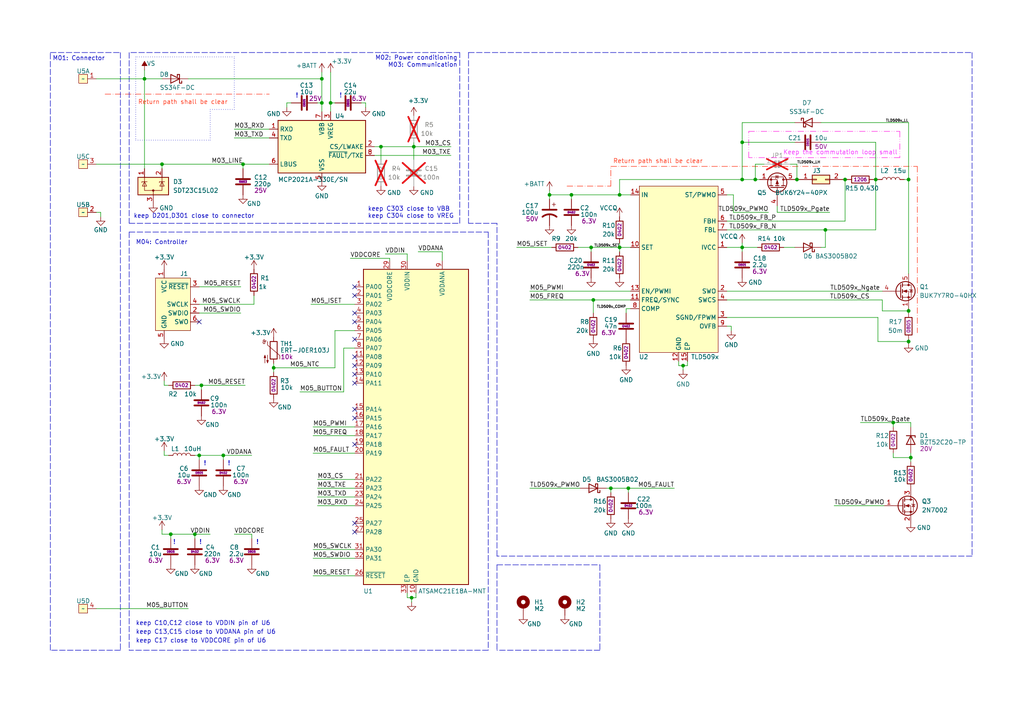
<source format=kicad_sch>
(kicad_sch (version 20230121) (generator eeschema)
  (paper "A4")
  (junction (at 198.12 106.045))
  (junction (at 215.265 52.07))
  (junction (at 70.485 47.625))
  (junction (at 159.385 56.515))
  (junction (at 259.08 122.555))
  (junction (at 171.45 71.755))
  (junction (at 120.015 42.545))
  (junction (at 179.705 56.515))
  (junction (at 46.99 47.625))
  (junction (at 219.075 52.07))
  (junction (at 239.395 66.675))
  (junction (at 254 52.07))
  (junction (at 165.735 56.515))
  (junction (at 110.49 42.545))
  (junction (at 245.11 52.07))
  (junction (at 58.42 111.76))
  (junction (at 93.345 29.845))
  (junction (at 264.16 132.715))
  (junction (at 182.245 141.605))
  (junction (at 79.375 106.68))
  (junction (at 215.265 71.755))
  (junction (at 41.91 22.86))
  (junction (at 172.085 86.995))
  (junction (at 231.14 52.07))
  (junction (at 57.785 132.08))
  (junction (at 263.525 99.06))
  (junction (at 64.77 132.08))
  (junction (at 119.38 173.355))
  (junction (at 56.515 154.94))
  (junction (at 177.165 141.605))
  (junction (at 93.345 22.86))
  (junction (at 263.525 90.17))
  (junction (at 179.705 71.755))
  (junction (at 49.53 154.94))
  (junction (at 215.265 41.275))
  (junction (at 95.885 29.845))
  (junction (at 263.525 52.07))
  (no_connect (at 102.87 106.045))
  (no_connect (at 102.87 90.805))
  (no_connect (at 102.87 98.425))
  (no_connect (at 102.87 103.505))
  (no_connect (at 102.87 151.765))
  (no_connect (at 102.87 93.345))
  (no_connect (at 57.785 93.345))
  (no_connect (at 102.87 108.585))
  (no_connect (at 102.87 154.305))
  (no_connect (at 102.87 118.745))
  (no_connect (at 102.87 121.285))
  (no_connect (at 102.87 111.125))
  (no_connect (at 102.87 85.725))
  (no_connect (at 102.87 83.185))
  (no_connect (at 102.87 128.905))
  (wire (pts (xy 182.245 141.605) (xy 195.58 141.605)))
  (wire (pts (xy 198.12 106.045) (xy 196.85 106.045)))
  (polyline (pts (xy 34.925 15.24) (xy 34.925 188.595)) (stroke (width 0) (type dash)))
  (wire (pts (xy 182.245 142.875) (xy 182.245 141.605)))
  (wire (pts (xy 245.11 64.135) (xy 245.11 52.07)))
  (wire (pts (xy 106.045 29.845) (xy 106.045 31.115)))
  (wire (pts (xy 110.49 42.545) (xy 110.49 46.355)))
  (wire (pts (xy 179.705 70.485) (xy 179.705 71.755)))
  (wire (pts (xy 46.99 153.67) (xy 46.99 154.94)))
  (wire (pts (xy 67.945 154.94) (xy 73.025 154.94)))
  (wire (pts (xy 92.075 29.845) (xy 93.345 29.845)))
  (wire (pts (xy 181.61 89.535) (xy 182.88 89.535)))
  (wire (pts (xy 264.16 123.825) (xy 264.16 122.555)))
  (polyline (pts (xy 144.145 64.77) (xy 135.89 64.77)) (stroke (width 0) (type dash)))
  (wire (pts (xy 97.155 106.68) (xy 79.375 106.68)))
  (wire (pts (xy 199.39 104.775) (xy 199.39 106.045)))
  (wire (pts (xy 172.085 86.995) (xy 172.085 90.805)))
  (wire (pts (xy 263.525 52.07) (xy 262.255 52.07)))
  (polyline (pts (xy 37.465 67.31) (xy 141.605 67.31)) (stroke (width 0) (type dash)))
  (wire (pts (xy 57.785 132.08) (xy 64.77 132.08)))
  (polyline (pts (xy 144.145 163.83) (xy 144.145 188.595)) (stroke (width 0) (type dash)))
  (wire (pts (xy 264.16 122.555) (xy 259.08 122.555)))
  (wire (pts (xy 259.08 132.715) (xy 259.08 131.445)))
  (wire (pts (xy 92.075 141.605) (xy 102.87 141.605)))
  (wire (pts (xy 57.785 90.805) (xy 69.85 90.805)))
  (wire (pts (xy 27.94 22.86) (xy 41.91 22.86)))
  (wire (pts (xy 56.515 111.76) (xy 58.42 111.76)))
  (wire (pts (xy 90.805 167.005) (xy 102.87 167.005)))
  (polyline (pts (xy 30.48 27.305) (xy 78.105 27.305)) (stroke (width 0) (type dash_dot) (color 255 50 29 1)))
  (wire (pts (xy 47.625 111.76) (xy 48.895 111.76)))
  (wire (pts (xy 254 52.07) (xy 254.635 52.07)))
  (wire (pts (xy 210.82 64.135) (xy 245.11 64.135)))
  (wire (pts (xy 210.82 92.075) (xy 254.635 92.075)))
  (wire (pts (xy 67.945 40.005) (xy 78.105 40.005)))
  (wire (pts (xy 263.525 90.805) (xy 263.525 90.17)))
  (wire (pts (xy 149.86 71.755) (xy 160.02 71.755)))
  (wire (pts (xy 58.42 111.76) (xy 71.12 111.76)))
  (polyline (pts (xy 37.465 64.77) (xy 133.35 64.77)) (stroke (width 0) (type dash)))
  (wire (pts (xy 90.805 131.445) (xy 102.87 131.445)))
  (wire (pts (xy 238.125 35.56) (xy 263.525 35.56)))
  (wire (pts (xy 215.265 35.56) (xy 215.265 41.275)))
  (wire (pts (xy 49.53 154.94) (xy 49.53 156.21)))
  (wire (pts (xy 264.16 133.985) (xy 264.16 132.715)))
  (wire (pts (xy 108.585 45.085) (xy 130.81 45.085)))
  (wire (pts (xy 179.705 56.515) (xy 182.88 56.515)))
  (wire (pts (xy 95.885 32.385) (xy 95.885 29.845)))
  (wire (pts (xy 215.265 71.755) (xy 219.71 71.755)))
  (wire (pts (xy 212.725 61.595) (xy 222.885 61.595)))
  (wire (pts (xy 196.85 106.045) (xy 196.85 104.775)))
  (wire (pts (xy 57.785 83.185) (xy 69.85 83.185)))
  (wire (pts (xy 215.265 41.275) (xy 215.265 52.07)))
  (wire (pts (xy 110.49 42.545) (xy 120.015 42.545)))
  (wire (pts (xy 221.615 47.625) (xy 219.075 47.625)))
  (wire (pts (xy 210.82 56.515) (xy 212.725 56.515)))
  (wire (pts (xy 95.885 20.955) (xy 95.885 29.845)))
  (wire (pts (xy 29.21 61.595) (xy 27.94 61.595)))
  (wire (pts (xy 219.075 47.625) (xy 219.075 52.07)))
  (wire (pts (xy 239.395 71.755) (xy 239.395 66.675)))
  (wire (pts (xy 64.77 132.08) (xy 73.025 132.08)))
  (wire (pts (xy 244.475 52.07) (xy 245.11 52.07)))
  (polyline (pts (xy 67.945 16.51) (xy 39.37 16.51)) (stroke (width 0) (type dot)))
  (polyline (pts (xy 133.35 15.24) (xy 37.465 15.24)) (stroke (width 0) (type dash)))
  (wire (pts (xy 128.27 73.025) (xy 121.285 73.025)))
  (wire (pts (xy 119.38 174.625) (xy 119.38 173.355)))
  (polyline (pts (xy 173.99 163.83) (xy 173.99 188.595)) (stroke (width 0) (type dash)))
  (wire (pts (xy 46.99 47.625) (xy 70.485 47.625)))
  (polyline (pts (xy 39.37 16.51) (xy 39.37 40.64)) (stroke (width 0) (type dot)))
  (wire (pts (xy 179.705 71.755) (xy 179.705 73.025)))
  (wire (pts (xy 212.09 94.615) (xy 212.09 95.885)))
  (wire (pts (xy 120.65 173.355) (xy 119.38 173.355)))
  (polyline (pts (xy 281.94 15.24) (xy 281.94 161.29)) (stroke (width 0) (type dash)))
  (wire (pts (xy 57.785 88.265) (xy 73.66 88.265)))
  (wire (pts (xy 118.11 173.355) (xy 118.11 172.085)))
  (wire (pts (xy 182.88 86.995) (xy 172.085 86.995)))
  (polyline (pts (xy 260.985 38.1) (xy 260.985 45.72)) (stroke (width 0) (type dash_dot_dot) (color 255 32 225 1)))
  (wire (pts (xy 64.77 133.35) (xy 64.77 132.08)))
  (wire (pts (xy 179.705 52.07) (xy 179.705 56.515)))
  (wire (pts (xy 210.82 66.675) (xy 239.395 66.675)))
  (polyline (pts (xy 67.945 31.75) (xy 67.945 16.51)) (stroke (width 0) (type dot)))
  (polyline (pts (xy 39.37 40.64) (xy 60.96 40.64)) (stroke (width 0) (type dot)))
  (wire (pts (xy 57.785 132.08) (xy 57.785 133.35)))
  (polyline (pts (xy 133.35 64.77) (xy 133.35 15.24)) (stroke (width 0) (type dash)))
  (wire (pts (xy 264.16 131.445) (xy 264.16 132.715)))
  (wire (pts (xy 210.82 86.995) (xy 255.905 86.995)))
  (polyline (pts (xy 217.17 38.1) (xy 260.985 38.1)) (stroke (width 0) (type dash_dot_dot) (color 255 32 225 1)))
  (wire (pts (xy 254 41.275) (xy 254 52.07)))
  (wire (pts (xy 27.94 176.53) (xy 54.61 176.53)))
  (polyline (pts (xy 141.605 188.595) (xy 37.465 188.595)) (stroke (width 0) (type dash)))
  (polyline (pts (xy 144.145 163.83) (xy 173.99 163.83)) (stroke (width 0) (type dash)))
  (polyline (pts (xy 60.96 40.64) (xy 60.96 31.75)) (stroke (width 0) (type dot)))
  (wire (pts (xy 159.385 56.515) (xy 159.385 57.785)))
  (wire (pts (xy 120.015 42.545) (xy 120.015 46.355)))
  (wire (pts (xy 56.515 154.94) (xy 56.515 156.21)))
  (wire (pts (xy 171.45 71.755) (xy 179.705 71.755)))
  (wire (pts (xy 263.525 90.17) (xy 263.525 89.535)))
  (wire (pts (xy 227.33 71.755) (xy 230.505 71.755)))
  (wire (pts (xy 104.775 29.845) (xy 106.045 29.845)))
  (wire (pts (xy 47.625 130.81) (xy 47.625 132.08)))
  (wire (pts (xy 182.245 141.605) (xy 177.165 141.605)))
  (wire (pts (xy 255.905 86.995) (xy 255.905 90.17)))
  (polyline (pts (xy 135.89 15.24) (xy 281.94 15.24)) (stroke (width 0) (type dash)))
  (wire (pts (xy 54.61 22.86) (xy 93.345 22.86)))
  (wire (pts (xy 56.515 154.94) (xy 60.96 154.94)))
  (wire (pts (xy 153.67 86.995) (xy 172.085 86.995)))
  (wire (pts (xy 95.885 29.845) (xy 97.155 29.845)))
  (wire (pts (xy 102.87 95.885) (xy 97.155 95.885)))
  (wire (pts (xy 259.08 122.555) (xy 249.555 122.555)))
  (wire (pts (xy 153.67 84.455) (xy 182.88 84.455)))
  (wire (pts (xy 46.99 47.625) (xy 46.99 48.895)))
  (wire (pts (xy 245.11 52.07) (xy 245.745 52.07)))
  (wire (pts (xy 225.425 61.595) (xy 240.665 61.595)))
  (polyline (pts (xy 14.605 15.24) (xy 34.925 15.24)) (stroke (width 0) (type dash)))
  (polyline (pts (xy 177.165 48.26) (xy 266.065 48.26)) (stroke (width 0) (type dash_dot) (color 255 47 18 1)))
  (polyline (pts (xy 60.96 31.75) (xy 67.945 31.75)) (stroke (width 0) (type dot)))
  (wire (pts (xy 113.03 75.565) (xy 113.03 74.93)))
  (wire (pts (xy 210.82 71.755) (xy 215.265 71.755)))
  (wire (pts (xy 259.08 122.555) (xy 259.08 123.825)))
  (wire (pts (xy 111.76 73.66) (xy 118.11 73.66)))
  (wire (pts (xy 212.725 56.515) (xy 212.725 61.595)))
  (wire (pts (xy 215.265 71.755) (xy 215.265 73.025)))
  (wire (pts (xy 84.455 29.845) (xy 83.185 29.845)))
  (wire (pts (xy 67.945 37.465) (xy 78.105 37.465)))
  (wire (pts (xy 56.515 132.08) (xy 57.785 132.08)))
  (polyline (pts (xy 173.99 188.595) (xy 144.145 188.595)) (stroke (width 0) (type dash)))
  (wire (pts (xy 93.345 22.86) (xy 93.345 29.845)))
  (wire (pts (xy 181.61 90.805) (xy 181.61 89.535)))
  (wire (pts (xy 230.505 41.275) (xy 215.265 41.275)))
  (wire (pts (xy 179.705 71.755) (xy 182.88 71.755)))
  (wire (pts (xy 70.485 47.625) (xy 78.105 47.625)))
  (wire (pts (xy 198.12 107.315) (xy 198.12 106.045)))
  (wire (pts (xy 93.345 22.86) (xy 93.345 20.955)))
  (wire (pts (xy 92.075 144.145) (xy 102.87 144.145)))
  (wire (pts (xy 255.905 90.17) (xy 263.525 90.17)))
  (wire (pts (xy 90.805 123.825) (xy 102.87 123.825)))
  (wire (pts (xy 93.345 29.845) (xy 93.345 32.385)))
  (wire (pts (xy 199.39 106.045) (xy 198.12 106.045)))
  (polyline (pts (xy 217.17 45.72) (xy 217.17 38.1)) (stroke (width 0) (type dash_dot_dot) (color 255 32 225 1)))
  (wire (pts (xy 165.735 56.515) (xy 179.705 56.515)))
  (polyline (pts (xy 37.465 15.24) (xy 37.465 64.77)) (stroke (width 0) (type dash)))
  (wire (pts (xy 231.14 52.07) (xy 231.775 52.07)))
  (wire (pts (xy 70.485 48.895) (xy 70.485 47.625)))
  (wire (pts (xy 254 66.675) (xy 254 52.07)))
  (wire (pts (xy 27.94 47.625) (xy 46.99 47.625)))
  (wire (pts (xy 58.42 111.76) (xy 58.42 113.03)))
  (wire (pts (xy 41.91 20.32) (xy 41.91 22.86)))
  (polyline (pts (xy 281.94 161.29) (xy 144.145 161.29)) (stroke (width 0) (type dash)))
  (polyline (pts (xy 177.165 53.975) (xy 177.165 48.26)) (stroke (width 0) (type dash_dot) (color 255 47 18 1)))
  (polyline (pts (xy 266.065 48.26) (xy 266.065 96.52)) (stroke (width 0) (type dash_dot) (color 255 47 18 1)))
  (wire (pts (xy 253.365 52.07) (xy 254 52.07)))
  (wire (pts (xy 263.525 35.56) (xy 263.525 52.07)))
  (wire (pts (xy 90.805 159.385) (xy 102.87 159.385)))
  (polyline (pts (xy 141.605 67.31) (xy 141.605 188.595)) (stroke (width 0) (type dash)))
  (wire (pts (xy 92.075 146.685) (xy 102.87 146.685)))
  (wire (pts (xy 83.185 29.845) (xy 83.185 31.115)))
  (wire (pts (xy 97.155 95.885) (xy 97.155 106.68)))
  (wire (pts (xy 153.67 141.605) (xy 168.275 141.605)))
  (wire (pts (xy 171.45 71.755) (xy 171.45 73.025)))
  (wire (pts (xy 264.16 132.715) (xy 259.08 132.715)))
  (wire (pts (xy 41.91 22.86) (xy 46.99 22.86)))
  (wire (pts (xy 102.87 100.965) (xy 99.695 100.965)))
  (wire (pts (xy 73.025 156.21) (xy 73.025 154.94)))
  (wire (pts (xy 41.91 22.86) (xy 41.91 48.895)))
  (wire (pts (xy 120.65 172.085) (xy 120.65 173.355)))
  (wire (pts (xy 167.64 71.755) (xy 171.45 71.755)))
  (polyline (pts (xy 260.985 45.72) (xy 217.17 45.72)) (stroke (width 0) (type dash_dot_dot) (color 255 32 225 1)))
  (wire (pts (xy 92.075 139.065) (xy 102.87 139.065)))
  (polyline (pts (xy 164.465 53.975) (xy 177.165 53.975)) (stroke (width 0) (type dash_dot) (color 255 47 18 1)))
  (wire (pts (xy 231.14 47.625) (xy 231.14 52.07)))
  (wire (pts (xy 90.805 161.925) (xy 102.87 161.925)))
  (wire (pts (xy 120.015 42.545) (xy 130.81 42.545)))
  (wire (pts (xy 263.525 79.375) (xy 263.525 52.07)))
  (wire (pts (xy 99.695 100.965) (xy 99.695 113.665)))
  (wire (pts (xy 128.27 75.565) (xy 128.27 73.025)))
  (wire (pts (xy 99.695 113.665) (xy 86.995 113.665)))
  (polyline (pts (xy 14.605 188.595) (xy 14.605 15.24)) (stroke (width 0) (type dash)))
  (wire (pts (xy 175.895 141.605) (xy 177.165 141.605)))
  (wire (pts (xy 79.375 106.68) (xy 79.375 107.95)))
  (wire (pts (xy 46.99 154.94) (xy 49.53 154.94)))
  (wire (pts (xy 79.375 105.41) (xy 79.375 106.68)))
  (wire (pts (xy 177.165 141.605) (xy 177.165 142.875)))
  (wire (pts (xy 225.425 59.69) (xy 225.425 61.595)))
  (wire (pts (xy 108.585 42.545) (xy 110.49 42.545)))
  (wire (pts (xy 159.385 55.245) (xy 159.385 56.515)))
  (wire (pts (xy 90.805 126.365) (xy 102.87 126.365)))
  (wire (pts (xy 90.17 88.265) (xy 102.87 88.265)))
  (wire (pts (xy 254.635 92.075) (xy 254.635 99.06)))
  (wire (pts (xy 230.505 52.07) (xy 231.14 52.07)))
  (wire (pts (xy 239.395 66.675) (xy 254 66.675)))
  (wire (pts (xy 49.53 154.94) (xy 56.515 154.94)))
  (wire (pts (xy 29.21 62.865) (xy 29.21 61.595)))
  (wire (pts (xy 238.125 71.755) (xy 239.395 71.755)))
  (wire (pts (xy 48.895 132.08) (xy 47.625 132.08)))
  (wire (pts (xy 263.525 99.06) (xy 263.525 99.695)))
  (polyline (pts (xy 34.925 188.595) (xy 14.605 188.595)) (stroke (width 0) (type dash)))
  (polyline (pts (xy 37.465 67.31) (xy 37.465 188.595)) (stroke (width 0) (type dash)))
  (wire (pts (xy 238.125 41.275) (xy 254 41.275)))
  (wire (pts (xy 215.265 71.755) (xy 215.265 70.485)))
  (wire (pts (xy 215.265 52.07) (xy 179.705 52.07)))
  (wire (pts (xy 73.66 85.725) (xy 73.66 88.265)))
  (wire (pts (xy 101.6 74.93) (xy 113.03 74.93)))
  (wire (pts (xy 254.635 99.06) (xy 263.525 99.06)))
  (wire (pts (xy 241.935 146.685) (xy 256.54 146.685)))
  (polyline (pts (xy 135.89 15.24) (xy 135.89 64.77)) (stroke (width 0) (type dash)))
  (wire (pts (xy 230.505 35.56) (xy 215.265 35.56)))
  (wire (pts (xy 159.385 56.515) (xy 165.735 56.515)))
  (wire (pts (xy 165.735 56.515) (xy 165.735 57.785)))
  (wire (pts (xy 210.82 94.615) (xy 212.09 94.615)))
  (wire (pts (xy 219.075 52.07) (xy 220.345 52.07)))
  (wire (pts (xy 229.235 47.625) (xy 231.14 47.625)))
  (wire (pts (xy 215.265 52.07) (xy 219.075 52.07)))
  (wire (pts (xy 47.625 110.49) (xy 47.625 111.76)))
  (wire (pts (xy 120.015 41.275) (xy 120.015 42.545)))
  (polyline (pts (xy 144.145 161.29) (xy 144.145 64.77)) (stroke (width 0) (type dash)))
  (wire (pts (xy 118.11 73.66) (xy 118.11 75.565)))
  (wire (pts (xy 263.525 98.425) (xy 263.525 99.06)))
  (wire (pts (xy 119.38 173.355) (xy 118.11 173.355)))
  (wire (pts (xy 210.82 84.455) (xy 255.905 84.455)))
  (text "Return path shall be clear" (at 40.005 30.48 0) (effects (font (size 1.27 1.27)) (justify left bottom)))
  (text "!" (at 59.055 135.255 0) (effects (font (size 1.27 1.27)) (justify left bottom)))
  (text "!" (at 74.295 158.115 0) (effects (font (size 1.27 1.27)) (justify left bottom)))
  (text "!" (at 50.165 158.115 0) (effects (font (size 1.27 1.27)) (justify left bottom)))
  (text "Keep the commutation loop small" (at 260.35 45.085 0) (effects (font (size 1.27 1.27)) (justify right bottom)))
  (text "!" (at 85.725 28.575 0) (effects (font (size 1.27 1.27)) (justify left bottom)))
  (text "!" (at 98.425 28.575 0) (effects (font (size 1.27 1.27)) (justify left bottom)))
  (text "!" (at 66.04 135.255 0) (effects (font (size 1.27 1.27)) (justify left bottom)))
  (text "M02: Power conditioning\nM03: Communication" (at 132.715 19.685 0) (effects (font (size 1.27 1.27)) (justify right bottom)))
  (text "keep D201,D301 close to connector" (at 38.735 63.5 0) (effects (font (size 1.27 1.27)) (justify left bottom)))
  (text "!" (at 57.785 158.115 0) (effects (font (size 1.27 1.27)) (justify left bottom)))
  (text "M04: Controller" (at 39.37 71.12 0) (effects (font (size 1.27 1.27)) (justify left bottom)))
  (text "keep C17 close to VDDCORE pin of U6" (at 39.37 186.69 0) (effects (font (size 1.27 1.27)) (justify left bottom)))
  (text "keep C303 close to VBB\nkeep C304 close to VREG" (at 106.68 63.5 0) (effects (font (size 1.27 1.27)) (justify left bottom)))
  (text "Return path shall be clear" (at 177.8 47.625 0) (effects (font (size 1.27 1.27)) (justify left bottom)))
  (text "keep C13,C15 close to VDDANA pin of U6" (at 39.37 184.15 0) (effects (font (size 1.27 1.27)) (justify left bottom)))
  (text "M01: Connector" (at 15.24 17.78 0) (effects (font (size 1.27 1.27)) (justify left bottom)))
  (text "keep C10,C12 close to VDDIN pin of U6" (at 39.37 181.61 0) (effects (font (size 1.27 1.27)) (justify left bottom)))
  (label "M05_ISET" (at 149.86 71.755 0))
  (label "M05_RESET" (at 90.805 167.005 0))
  (label "M03_LINE" (at 70.485 47.625 180))
  (label "M05_SWDIO" (at 90.805 161.925 0))
  (label "M05_FAULT" (at 90.805 131.445 0))
  (label "VDDIN" (at 111.76 73.66 0))
  (label "M05_ISET" (at 90.17 88.265 0))
  (label "TLD509x_PWMO" (at 222.885 61.595 180))
  (label "M05_FREQ" (at 90.805 126.365 0))
  (label "M03_RXD" (at 92.075 146.685 0))
  (label "TLD509x_LL" (at 263.525 35.56 180) (effects (font (size 0.75 0.75))))
  (label "M05_FAULT" (at 195.58 141.605 180))
  (label "M05_BUTTON" (at 54.61 176.53 180))
  (label "M03_CS" (at 92.075 139.065 0))
  (label "TLD509x_CS" (at 240.665 86.995 0))
  (label "M03_TXD" (at 92.075 144.145 0))
  (label "TLD509x_SET" (at 179.705 71.755 180) (effects (font (size 0.75 0.75))))
  (label "VDDANA" (at 121.285 73.025 0))
  (label "M05_FREQ" (at 153.67 86.995 0))
  (label "VDDCORE" (at 101.6 74.93 0))
  (label "M05_SWCLK" (at 69.85 88.265 180))
  (label "TLD509x_Ngate" (at 255.27 84.455 180))
  (label "VDDANA" (at 73.025 132.08 180))
  (label "VDDIN" (at 60.96 154.94 180))
  (label "M05_PWMI" (at 153.67 84.455 0))
  (label "TLD509x_PWMO" (at 153.67 141.605 0))
  (label "M05_BUTTON" (at 86.995 113.665 0))
  (label "M05_RESET" (at 69.85 83.185 180))
  (label "TLD509x_FB_N" (at 211.455 66.675 0))
  (label "M05_NTC" (at 92.71 106.68 180))
  (label "M03_TXE" (at 92.075 141.605 0))
  (label "M03_CS" (at 130.81 42.545 180))
  (label "TLD509x_PWMO" (at 241.935 146.685 0))
  (label "TLD509x_COMP" (at 181.61 89.535 180) (effects (font (size 0.75 0.75))))
  (label "TLD509x_Pgate" (at 240.665 61.595 180))
  (label "TLD509x_LH" (at 231.14 47.625 0) (effects (font (size 0.75 0.75))))
  (label "M05_PWMI" (at 90.805 123.825 0))
  (label "M03_TXE" (at 130.81 45.085 180))
  (label "TLD509x_FB_P" (at 211.455 64.135 0))
  (label "M05_SWCLK" (at 90.805 159.385 0))
  (label "M03_RXD" (at 67.945 37.465 0))
  (label "VDDCORE" (at 67.945 154.94 0))
  (label "M05_RESET" (at 71.12 111.76 180))
  (label "M05_SWDIO" (at 69.85 90.805 180))
  (label "TLD509x_Pgate" (at 249.555 122.555 0))
  (label "M03_TXD" (at 67.945 40.005 0))
  (symbol (lib_id "Device:D_Schottky") (at 234.315 35.56 0) (unit 1)
    (property "Reference" "D7" (at 233.9975 29.845 0))
    (property "Value" "SS34F-DC" (at 233.9975 32.385 0))
    (property "Footprint" "Diode_SMD:D_SMA" (effects hide))
  )
  (symbol (lib_id "local_symbols:ECU_Connector") (at 24.13 47.625 0) (unit 3)
    (property "Reference" "U5" (at 24.13 45.3931 0))
    (property "Value" "~" (at 24.13 47.625 0))
    (property "Footprint" "Connector_PinHeader_2.54mm:PinHeader_1x04_P2.54mm_Vertical" (effects hide))
  )
  (symbol (lib_id "local_symbols:ECU_Connector") (at 24.13 61.595 0) (unit 2)
    (property "Reference" "U5" (at 24.13 59.3631 0))
    (property "Value" "~" (at 24.13 61.595 0))
    (property "Footprint" "Connector_PinHeader_2.54mm:PinHeader_1x04_P2.54mm_Vertical" (effects hide))
  )
  (symbol (lib_id "local:TLD509x") (at 196.85 81.915 0) (unit 1)
    (property "Reference" "U2" (at 186.69 103.505 0))
    (property "Value" "TLD509x" (at 204.47 103.505 0))
    (property "Footprint" "Package_SO:Infineon_PG-TSDSO-14-22" (effects hide))
  )
  (symbol (lib_id "Device:L") (at 258.445 52.07 90) (unit 1)
    (property "Reference" "L2" (at 256.54 49.53 90))
    (property "Value" "15u" (at 260.985 49.53 90))
    (property "Footprint" "local:ASPI-6045" (effects hide))
  )
  (symbol (lib_id "power:GND") (at 119.38 174.625 0) (unit 1)
    (property "Reference" "#PWR046" (effects hide))
    (property "Value" "GND" (effects hide))
  )
  (symbol (lib_id "Connector_Generic:Conn_02x01") (at 236.855 52.07 0) (unit 1)
    (property "Reference" "J3" (at 236.855 49.53 0))
    (property "Value" "Conn_02x01" (effects hide))
    (property "Footprint" "local:2pinConnector" (effects hide))
  )
  (symbol (lib_id "Device:C") (at 182.245 146.685 180) (unit 1)
    (property "Reference" "C22" (at 186.69 144.78 0))
    (property "Value" "100n" (at 186.69 146.685 0))
    (property "Footprint" "Capacitor_SMD:C_0402_1005Metric" (effects hide))
    (property "Size" "0402" (at 182.245 146.685 0) (effects (font (size 0.6 0.6))))
    (property "Rating" "6.3V" (at 187.325 148.59 0))
  )
  (symbol (lib_id "power:GND") (at 181.61 106.045 0) (unit 1)
    (property "Reference" "#PWR016" (effects hide))
    (property "Value" "GND" (at 181.61 110.1805 0))
  )
  (symbol (lib_id "power:GND") (at 179.705 80.645 0) (unit 1)
    (property "Reference" "#PWR037" (effects hide))
    (property "Value" "GND" (effects hide))
  )
  (symbol (lib_id "Device:R") (at 259.08 127.635 0) (unit 1)
    (property "Reference" "R12" (at 255.905 126.365 0))
    (property "Value" "10k" (at 255.905 128.905 0))
    (property "Footprint" "Resistor_SMD:R_0402_1005Metric" (effects hide))
    (property "Size" "0402" (at 259.08 127.635 90) (effects (font (size 1 1))))
  )
  (symbol (lib_id "power:GND") (at 29.21 62.865 0) (unit 1)
    (property "Reference" "#PWR035" (effects hide))
    (property "Value" "GND" (at 29.21 66.675 0))
  )
  (symbol (lib_id "power:GND") (at 264.16 151.765 0) (unit 1)
    (property "Reference" "#PWR021" (effects hide))
    (property "Value" "GND" (at 267.97 153.035 0))
  )
  (symbol (lib_id "Device:C") (at 64.77 137.16 180) (unit 1)
    (property "Reference" "C7" (at 69.85 135.89 0))
    (property "Value" "100n" (at 69.85 137.795 0))
    (property "Footprint" "Capacitor_SMD:C_0402_1005Metric" (effects hide))
    (property "Size" "0402" (at 64.77 137.16 0) (effects (font (size 0.6 0.6))))
    (property "Rating" "6.3V" (at 69.85 139.7 0))
  )
  (symbol (lib_id "power:GND") (at 79.375 115.57 0) (unit 1)
    (property "Reference" "#PWR042" (effects hide))
    (property "Value" "GND" (at 82.55 118.11 0))
  )
  (symbol (lib_id "local_symbols:ECU_Connector") (at 24.13 22.86 0) (unit 1)
    (property "Reference" "U5" (at 24.13 20.6281 0))
    (property "Value" "~" (at 24.13 22.86 0))
    (property "Footprint" "Connector_PinHeader_2.54mm:PinHeader_1x04_P2.54mm_Vertical" (effects hide))
  )
  (symbol (lib_id "power:GND") (at 177.165 150.495 0) (unit 1)
    (property "Reference" "#PWR034" (effects hide))
    (property "Value" "GND" (at 177.165 154.6305 0))
  )
  (symbol (lib_id "Device:C") (at 215.265 76.835 0) (mirror x) (unit 1)
    (property "Reference" "C18" (at 220.345 74.93 0))
    (property "Value" "2.2u" (at 220.345 76.835 0))
    (property "Footprint" "Capacitor_SMD:C_0805_2012Metric" (effects hide))
    (property "Size" "0805" (at 215.265 76.835 0) (effects (font (size 0.6 0.6))))
    (property "Rating" "6.3V" (at 220.345 78.74 0))
  )
  (symbol (lib_id "power:GND") (at 163.83 178.435 0) (unit 1)
    (property "Reference" "#PWR044" (effects hide))
    (property "Value" "GND" (at 167.005 180.975 0))
  )
  (symbol (lib_id "local_symbols:ECU_Connector") (at 24.13 176.53 0) (unit 4)
    (property "Reference" "U5" (at 24.13 174.2981 0))
    (property "Value" "~" (at 24.13 176.53 0))
    (property "Footprint" "Connector_PinHeader_2.54mm:PinHeader_1x04_P2.54mm_Vertical" (effects hide))
  )
  (symbol (lib_id "power:GND") (at 151.765 178.435 0) (unit 1)
    (property "Reference" "#PWR045" (effects hide))
    (property "Value" "GND" (at 154.94 180.975 0))
  )
  (symbol (lib_id "power:GND") (at 182.245 150.495 0) (unit 1)
    (property "Reference" "#PWR036" (effects hide))
    (property "Value" "GND" (at 182.245 154.6305 0))
  )
  (symbol (lib_id "power:GND") (at 93.345 52.705 0) (unit 1)
    (property "Reference" "#PWR028" (effects hide))
    (property "Value" "GND" (at 93.345 56.8405 0))
  )
  (symbol (lib_id "Device:L") (at 52.705 132.08 90) (unit 1)
    (property "Reference" "L1" (at 50.8 130.175 90))
    (property "Value" "10uH" (at 55.88 130.175 90))
    (property "Footprint" "Inductor_SMD:L_0805_2012Metric" (effects hide))
  )
  (symbol (lib_id "Device:C") (at 100.965 29.845 90) (unit 1)
    (property "Reference" "C14" (at 101.6 24.765 90))
    (property "Value" "22u" (at 101.6 26.67 90))
    (property "Footprint" "Capacitor_SMD:C_0805_2012Metric" (effects hide))
    (property "Size" "0805" (at 100.965 29.845 0) (effects (font (size 0.5994 0.5994))))
    (property "Rating" "6.3V" (at 104.14 28.575 90))
  )
  (symbol (lib_id "Device:D_Zener") (at 264.16 127.635 270) (unit 1)
    (property "Reference" "D1" (at 266.7 126.365 90) (effects (justify left)))
    (property "Value" "BZT52C20-TP" (at 266.7 128.27 90) (effects (justify left)))
    (property "Footprint" "Diode_SMD:D_SOD-123" (effects hide))
    (property "Rating" "20V" (at 268.605 130.175 90))
  )
  (symbol (lib_id "Device:R") (at 120.015 37.465 0) (unit 1) (dnp yes)
    (property "Reference" "R5" (at 124.46 36.195 0))
    (property "Value" "10k" (at 123.825 38.735 0))
    (property "Footprint" "Resistor_SMD:R_0402_1005Metric" (effects hide))
    (property "Size" "0402" (at 120.015 37.465 90) (effects (font (size 1 1))))
  )
  (symbol (lib_id "power:GND") (at 159.385 65.405 0) (unit 1)
    (property "Reference" "#PWR039" (effects hide))
    (property "Value" "GND" (effects hide))
  )
  (symbol (lib_id "power:GND") (at 171.45 80.645 0) (unit 1)
    (property "Reference" "#PWR06" (effects hide))
    (property "Value" "GND" (effects hide))
  )
  (symbol (lib_id "Device:R") (at 263.525 94.615 180) (unit 1)
    (property "Reference" "R17" (at 259.715 93.345 0))
    (property "Value" "50m" (at 259.715 95.885 0))
    (property "Footprint" "Resistor_SMD:R_0805_2012Metric" (effects hide))
    (property "Size" "0805" (at 263.525 94.615 90) (effects (font (size 1 1))))
  )
  (symbol (lib_id "Transistor_FET:PSMN5R2-60YL") (at 260.985 84.455 0) (unit 1)
    (property "Reference" "Q1" (at 266.7 83.185 0) (effects (justify left)))
    (property "Value" "BUK7Y7R0-40HX" (at 266.7 85.725 0) (effects (justify left)))
    (property "Footprint" "Package_TO_SOT_SMD:LFPAK56" (effects hide))
    (property "Datasheet" "https://assets.nexperia.com/documents/data-sheet/PSMN5R2-60YL.pdf" (effects hide))
  )
  (symbol (lib_id "Device:C") (at 120.015 50.165 180) (unit 1) (dnp yes)
    (property "Reference" "C15" (at 125.095 48.895 0))
    (property "Value" "100n" (at 125.095 51.435 0))
    (property "Footprint" "Capacitor_SMD:C_0402_1005Metric" (effects hide))
    (property "Size" "0402" (at 120.015 50.165 0) (effects (font (size 0.6 0.6))))
  )
  (symbol (lib_id "power:GND") (at 172.085 98.425 0) (unit 1)
    (property "Reference" "#PWR017" (effects hide))
    (property "Value" "GND" (at 172.085 102.5605 0))
  )
  (symbol (lib_id "Transistor_FET:SiSS27DN") (at 225.425 54.61 270) (mirror x) (unit 1)
    (property "Reference" "Q5" (at 220.98 55.88 90))
    (property "Value" "BUK6Y24-40PX" (at 232.41 55.88 90))
    (property "Footprint" "Package_TO_SOT_SMD:LFPAK56" (effects hide))
    (property "Datasheet" "http://www.vishay.com/docs/62847/siss27dn.pdf" (effects hide))
  )
  (symbol (lib_id "Device:C") (at 234.315 41.275 270) (mirror x) (unit 1)
    (property "Reference" "C21" (at 230.505 40.005 90))
    (property "Value" "10u" (at 238.125 40.005 90))
    (property "Footprint" "Capacitor_SMD:C_0805_2012Metric" (effects hide))
    (property "Size" "0805" (at 234.315 41.275 0) (effects (font (size 0.6 0.6))))
    (property "Rating" "50V" (at 238.125 42.545 90))
  )
  (symbol (lib_id "power:+3.3V") (at 120.015 33.655 0) (unit 1)
    (property "Reference" "#PWR032" (effects hide))
    (property "Value" "+3.3V" (at 121.285 29.21 0))
  )
  (symbol (lib_id "power:+BATT") (at 159.385 55.245 0) (unit 1)
    (property "Reference" "#PWR038" (effects hide))
    (property "Value" "+BATT" (at 154.94 53.34 0))
  )
  (symbol (lib_id "power:GND") (at 198.12 107.315 0) (unit 1)
    (property "Reference" "#PWR015" (effects hide))
    (property "Value" "GND" (at 198.12 111.4505 0))
  )
  (symbol (lib_id "MCU_Microchip_SAMD:ATSAMD21E18A-A") (at 120.65 123.825 0) (unit 1)
    (property "Reference" "U1" (at 105.41 171.45 0) (effects (justify left)))
    (property "Value" "ATSAMC21E18A-MNT" (at 121.285 171.45 0) (effects (justify left)))
    (property "Footprint" "Package_DFN_QFN:VQFN-32-1EP_5x5mm_P0.5mm_EP3.5x3.5mm" (effects hide))
    (property "Datasheet" "../docs/datasheets/SAM-D21-DA1-Family-Data-Sheet-DS40001882H.pdf" (effects hide))
  )
  (symbol (lib_id "power:GND") (at 165.735 65.405 0) (unit 1)
    (property "Reference" "#PWR043" (effects hide))
    (property "Value" "GND" (effects hide))
  )
  (symbol (lib_id "power:GND") (at 70.485 56.515 0) (unit 1)
    (property "Reference" "#PWR025" (effects hide))
    (property "Value" "GND" (at 73.66 59.055 0))
  )
  (symbol (lib_id "Device:C") (at 88.265 29.845 90) (unit 1)
    (property "Reference" "C13" (at 88.9 24.765 90))
    (property "Value" "10u" (at 88.9 26.67 90))
    (property "Footprint" "Capacitor_SMD:C_0805_2012Metric" (effects hide))
    (property "Size" "0805" (at 88.265 29.845 0) (effects (font (size 0.5994 0.5994))))
    (property "Rating" "25V" (at 91.44 28.575 90))
  )
  (symbol (lib_id "Device:R") (at 52.705 111.76 90) (unit 1)
    (property "Reference" "R2" (at 50.165 114.3 90))
    (property "Value" "10k" (at 55.245 114.3 90))
    (property "Footprint" "Resistor_SMD:R_0402_1005Metric" (effects hide))
    (property "Size" "0402" (at 52.705 111.76 90) (effects (font (size 1 1))))
  )
  (symbol (lib_id "Device:D_Schottky") (at 50.8 22.86 180) (unit 1)
    (property "Reference" "D8" (at 47.625 21.59 0))
    (property "Value" "SS34F-DC" (at 51.435 25.4 0))
    (property "Footprint" "Diode_SMD:D_SMA" (effects hide))
  )
  (symbol (lib_id "power:GND") (at 44.45 59.055 0) (unit 1)
    (property "Reference" "#PWR024" (effects hide))
    (property "Value" "GND" (at 48.26 60.325 0))
  )
  (symbol (lib_id "Device:R") (at 163.83 71.755 90) (unit 1)
    (property "Reference" "R9" (at 161.29 69.215 90))
    (property "Value" "20k" (at 165.735 69.215 90))
    (property "Footprint" "Resistor_SMD:R_0402_1005Metric" (effects hide))
    (property "Size" "0402" (at 163.83 71.755 90) (effects (font (size 1 1))))
  )
  (symbol (lib_id "power:VCCQ") (at 179.705 62.865 0) (unit 1)
    (property "Reference" "#PWR019" (effects hide))
    (property "Value" "VCCQ" (at 176.53 60.325 0))
  )
  (symbol (lib_id "power:+BATT") (at 93.345 20.955 0) (unit 1)
    (property "Reference" "#PWR027" (effects hide))
    (property "Value" "+BATT" (at 88.9 19.05 0))
  )
  (symbol (lib_id "Device:R") (at 264.16 137.795 0) (unit 1)
    (property "Reference" "R13" (at 260.985 137.16 0))
    (property "Value" "10k" (at 260.985 139.065 0))
    (property "Footprint" "Resistor_SMD:R_0402_1005Metric" (effects hide))
    (property "Size" "0402" (at 264.16 137.795 90) (effects (font (size 1 1))))
  )
  (symbol (lib_id "power:GND") (at 47.625 98.425 0) (mirror y) (unit 1)
    (property "Reference" "#PWR02" (effects hide))
    (property "Value" "GND" (at 51.435 99.695 0))
  )
  (symbol (lib_id "power:GND") (at 64.77 140.97 0) (unit 1)
    (property "Reference" "#PWR010" (effects hide))
    (property "Value" "GND" (at 67.945 143.51 0))
  )
  (symbol (lib_id "Device:C") (at 181.61 94.615 0) (unit 1)
    (property "Reference" "C19" (at 177.165 92.71 0))
    (property "Value" "47n" (at 177.165 94.615 0))
    (property "Footprint" "Capacitor_SMD:C_0402_1005Metric" (effects hide))
    (property "Size" "0402" (at 181.61 94.615 0) (effects (font (size 0.6 0.6))))
    (property "Rating" "6.3V" (at 176.53 96.52 0))
  )
  (symbol (lib_id "power:GND") (at 120.015 53.975 0) (unit 1)
    (property "Reference" "#PWR033" (effects hide))
    (property "Value" "GND" (at 123.825 55.88 0))
  )
  (symbol (lib_id "power:VCCQ") (at 215.265 70.485 0) (unit 1)
    (property "Reference" "#PWR018" (effects hide))
    (property "Value" "VCCQ" (at 211.455 68.58 0))
  )
  (symbol (lib_id "power:+3.3V") (at 47.625 110.49 0) (mirror y) (unit 1)
    (property "Reference" "#PWR012" (effects hide))
    (property "Value" "+3.3V" (at 43.815 109.22 0))
  )
  (symbol (lib_id "Device:R") (at 181.61 102.235 0) (unit 1)
    (property "Reference" "R6" (at 179.07 100.965 0))
    (property "Value" "10k" (at 178.435 103.505 0))
    (property "Footprint" "Resistor_SMD:R_0402_1005Metric" (effects hide))
    (property "Size" "0402" (at 181.61 102.235 90) (effects (font (size 1 1))))
  )
  (symbol (lib_id "power:+3.3V") (at 47.625 78.105 0) (mirror y) (unit 1)
    (property "Reference" "#PWR01" (effects hide))
    (property "Value" "+3.3V" (at 47.625 74.6031 0))
  )
  (symbol (lib_id "Connector:Conn_ARM_SWD_TagConnect_TC2030-NL") (at 50.165 88.265 0) (unit 1) (in_bom no)
    (property "Reference" "J1" (at 54.61 79.375 0) (effects (justify right)))
    (property "Value" "Conn_ARM_SWD_TagConnect_TC2030-NL" (effects hide))
    (property "Footprint" "Connector:Tag-Connect_TC2030-IDC-NL_2x03_P1.27mm_Vertical" (effects hide))
    (property "Datasheet" "https://www.tag-connect.com/wp-content/uploads/bsk-pdf-manager/TC2030-CTX_1.pdf" (effects hide))
  )
  (symbol (lib_id "Device:C") (at 73.025 160.02 0) (mirror x) (unit 1)
    (property "Reference" "C8" (at 67.945 158.75 0))
    (property "Value" "2.2u" (at 68.58 160.655 0))
    (property "Footprint" "Capacitor_SMD:C_0805_2012Metric" (effects hide))
    (property "Size" "0805" (at 73.025 160.02 0) (effects (font (size 0.6 0.6))))
    (property "Rating" "6.3V" (at 68.58 162.56 0))
  )
  (symbol (lib_id "power:GND") (at 49.53 163.83 0) (unit 1)
    (property "Reference" "#PWR04" (effects hide))
    (property "Value" "GND" (at 52.705 166.37 0))
  )
  (symbol (lib_id "Device:R") (at 179.705 76.835 180) (unit 1)
    (property "Reference" "R11" (at 176.53 75.565 0))
    (property "Value" "20k" (at 176.53 78.105 0))
    (property "Footprint" "Resistor_SMD:R_0402_1005Metric" (effects hide))
    (property "Size" "0402" (at 179.705 76.835 90) (effects (font (size 1 1))))
  )
  (symbol (lib_id "power:+3.3V") (at 79.375 97.79 0) (mirror y) (unit 1)
    (property "Reference" "#PWR041" (effects hide))
    (property "Value" "+3.3V" (at 75.565 96.52 0))
  )
  (symbol (lib_id "power:+3.3V") (at 95.885 20.955 0) (unit 1)
    (property "Reference" "#PWR029" (effects hide))
    (property "Value" "+3.3V" (at 99.06 17.78 0))
  )
  (symbol (lib_id "power:+3.3V") (at 47.625 130.81 0) (mirror y) (unit 1)
    (property "Reference" "#PWR07" (effects hide))
    (property "Value" "+3.3V" (at 47.625 127.3081 0))
  )
  (symbol (lib_id "Device:C") (at 56.515 160.02 180) (unit 1)
    (property "Reference" "C4" (at 60.96 158.75 0))
    (property "Value" "220n" (at 61.595 160.655 0))
    (property "Footprint" "Capacitor_SMD:C_0402_1005Metric" (effects hide))
    (property "Size" "0402" (at 56.515 160.02 0) (effects (font (size 0.6 0.6))))
    (property "Rating" "6.3V" (at 61.595 162.56 0))
  )
  (symbol (lib_id "Device:Thermistor_NTC") (at 79.375 101.6 0) (unit 1)
    (property "Reference" "TH1" (at 81.28 99.695 0) (effects (justify left)))
    (property "Value" "ERT-J0ER103J" (at 81.28 101.6 0) (effects (justify left)))
    (property "Footprint" "Resistor_SMD:R_0402_1005Metric" (effects hide))
    (property "Nominal" "10k" (at 83.185 103.505 0))
  )
  (symbol (lib_id "Device:C") (at 171.45 76.835 180) (unit 1)
    (property "Reference" "C20" (at 167.005 75.565 0))
    (property "Value" "220n" (at 167.005 77.47 0))
    (property "Footprint" "Capacitor_SMD:C_0402_1005Metric" (effects hide))
    (property "Size" "0402" (at 171.45 76.835 0) (effects (font (size 0.6 0.6))))
    (property "Rating" "6.3V" (at 168.91 79.375 0))
  )
  (symbol (lib_id "Jumper:SolderJumper_2_Open") (at 225.425 47.625 0) (unit 1) (in_bom no) (on_board no) (dnp yes)
    (property "Reference" "JP1" (at 225.425 45.085 0))
    (property "Value" "SolderJumper_2_Open" (effects hide))
    (property "Footprint" "Jumper:SolderJumper-2_P1.3mm_Open_TrianglePad1.0x1.5mm" (effects hide))
  )
  (symbol (lib_id "power:GND") (at 263.525 99.695 0) (unit 1)
    (property "Reference" "#PWR023" (effects hide))
    (property "Value" "GND" (at 267.335 100.965 0))
  )
  (symbol (lib_id "Device:C") (at 165.735 61.595 180) (unit 1)
    (property "Reference" "C2" (at 169.545 60.325 0))
    (property "Value" "100n" (at 170.815 62.23 0))
    (property "Footprint" "Capacitor_SMD:C_0402_1005Metric" (effects hide))
    (property "Size" "0402" (at 165.735 61.595 0) (effects (font (size 0.6 0.6))))
    (property "Rating" "6.3V" (at 170.815 64.135 0))
  )
  (symbol (lib_id "Device:C") (at 49.53 160.02 0) (mirror x) (unit 1)
    (property "Reference" "C1" (at 45.085 158.75 0))
    (property "Value" "10u" (at 45.085 160.655 0))
    (property "Footprint" "Capacitor_SMD:C_0805_2012Metric" (effects hide))
    (property "Size" "0805" (at 49.53 160.02 0) (effects (font (size 0.6 0.6))))
    (property "Rating" "6.3V" (at 45.085 162.56 0))
  )
  (symbol (lib_id "power:GND") (at 106.045 31.115 0) (unit 1)
    (property "Reference" "#PWR030" (effects hide))
    (property "Value" "GND" (at 109.855 33.02 0))
  )
  (symbol (lib_id "Mechanical:MountingHole_Pad") (at 163.83 175.895 0) (unit 1)
    (property "Reference" "H2" (at 167.005 174.625 0) (effects (justify left)))
    (property "Value" "M2" (at 167.005 176.53 0) (effects (justify left)))
    (property "Footprint" "MountingHole:MountingHole_2.2mm_M2_Pad_TopOnly" (effects hide))
  )
  (symbol (lib_id "Interface_CAN_LIN:MCP2021A-xxxxSN") (at 93.345 42.545 0) (unit 1)
    (property "Reference" "U4" (at 97.155 33.655 0) (effects (justify left)))
    (property "Value" "MCP2021A-330E/SN" (at 80.645 52.07 0) (effects (justify left)))
    (property "Footprint" "Package_SO:SOIC-8_3.9x4.9mm_P1.27mm" (effects hide))
    (property "Datasheet" "http://ww1.microchip.com/downloads/en/DeviceDoc/20002298C.pdf" (effects hide))
  )
  (symbol (lib_id "Power_Protection:SP0502BAHT") (at 44.45 53.975 0) (unit 1)
    (property "Reference" "D3" (at 50.165 52.705 0) (effects (justify left)))
    (property "Value" "SDT23C15L02" (at 50.165 55.245 0) (effects (justify left)))
    (property "Footprint" "Package_TO_SOT_SMD:SOT-23" (effects hide))
    (property "Datasheet" "http://www.littelfuse.com/~/media/files/littelfuse/technical%20resources/documents/data%20sheets/sp05xxba.pdf" (effects hide))
  )
  (symbol (lib_id "power:GND") (at 215.265 80.645 0) (unit 1)
    (property "Reference" "#PWR020" (effects hide))
    (property "Value" "GND" (at 219.075 81.915 0))
  )
  (symbol (lib_id "Device:R") (at 79.375 111.76 180) (unit 1)
    (property "Reference" "R3" (at 82.55 110.49 0))
    (property "Value" "10k" (at 83.185 112.395 0))
    (property "Footprint" "Resistor_SMD:R_0402_1005Metric" (effects hide))
    (property "Size" "0402" (at 79.375 111.76 90) (effects (font (size 1 1))))
  )
  (symbol (lib_id "Device:R") (at 73.66 81.915 0) (unit 1)
    (property "Reference" "R1" (at 76.835 80.645 0))
    (property "Value" "1k" (at 76.2 83.185 0))
    (property "Footprint" "Resistor_SMD:R_0402_1005Metric" (effects hide))
    (property "Size" "0402" (at 73.66 81.915 90) (effects (font (size 1 1))))
  )
  (symbol (lib_id "Device:R") (at 179.705 66.675 180) (unit 1)
    (property "Reference" "R10" (at 176.53 65.405 0))
    (property "Value" "20k" (at 176.53 67.945 0))
    (property "Footprint" "Resistor_SMD:R_0402_1005Metric" (effects hide))
    (property "Size" "0402" (at 179.705 66.675 90) (effects (font (size 1 1))))
  )
  (symbol (lib_id "power:+3.3V") (at 73.66 78.105 0) (mirror y) (unit 1)
    (property "Reference" "#PWR08" (effects hide))
    (property "Value" "+3.3V" (at 73.66 74.6031 0))
  )
  (symbol (lib_id "Device:R") (at 177.165 146.685 0) (unit 1)
    (property "Reference" "R16" (at 173.99 145.415 0))
    (property "Value" "20k" (at 173.99 147.955 0))
    (property "Footprint" "Resistor_SMD:R_0402_1005Metric" (effects hide))
    (property "Size" "0402" (at 177.165 146.685 90) (effects (font (size 1 1))))
  )
  (symbol (lib_id "power:GND") (at 110.49 53.975 0) (unit 1)
    (property "Reference" "#PWR031" (effects hide))
    (property "Value" "GND" (at 114.3 55.88 0))
  )
  (symbol (lib_id "Device:C_Polarized_US") (at 159.385 61.595 0) (mirror y) (unit 1)
    (property "Reference" "C17" (at 156.21 59.69 0) (effects (justify left)))
    (property "Value" "100u" (at 156.21 61.595 0) (effects (justify left)))
    (property "Footprint" "Capacitor_SMD:CP_Elec_4x5.3" (effects hide))
    (property "Rating" "50V" (at 154.305 63.5 0))
  )
  (symbol (lib_id "power:GND") (at 58.42 120.65 0) (unit 1)
    (property "Reference" "#PWR013" (effects hide))
    (property "Value" "GND" (at 61.595 123.19 0))
  )
  (symbol (lib_id "Device:R") (at 110.49 50.165 0) (unit 1) (dnp yes)
    (property "Reference" "R4" (at 114.935 48.895 0))
    (property "Value" "10k" (at 114.3 51.435 0))
    (property "Footprint" "Resistor_SMD:R_0402_1005Metric" (effects hide))
    (property "Size" "0402" (at 110.49 50.165 90) (effects (font (size 1 1))))
  )
  (symbol (lib_id "power:GND") (at 73.025 163.83 0) (unit 1)
    (property "Reference" "#PWR011" (effects hide))
    (property "Value" "GND" (at 76.2 166.37 0))
  )
  (symbol (lib_id "Device:C") (at 70.485 52.705 0) (unit 1)
    (property "Reference" "C12" (at 73.66 51.435 0) (effects (justify left)))
    (property "Value" "220p" (at 73.66 53.34 0) (effects (justify left)))
    (property "Footprint" "Capacitor_SMD:C_0603_1608Metric" (effects hide))
    (property "Size" "0603" (at 70.485 52.705 0) (effects (font (size 0.5994 0.5994))))
    (property "Rating" "25V" (at 75.565 55.245 0))
  )
  (symbol (lib_id "Device:R") (at 249.555 52.07 90) (unit 1)
    (property "Reference" "R15" (at 247.015 54.61 90))
    (property "Value" "0.430" (at 252.095 54.61 90))
    (property "Footprint" "Resistor_SMD:R_1206_3216Metric" (effects hide))
    (property "Size" "1206" (at 249.555 52.07 90) (effects (font (size 1 1))))
  )
  (symbol (lib_id "Device:D_Schottky") (at 172.085 141.605 180) (unit 1)
    (property "Reference" "D5" (at 170.18 139.065 0))
    (property "Value" "BAS3005B02" (at 179.07 139.065 0))
    (property "Footprint" "Diode_SMD:D_SOD-523" (effects hide))
  )
  (symbol (lib_id "Device:C") (at 58.42 116.84 180) (unit 1)
    (property "Reference" "C9" (at 62.23 115.57 0))
    (property "Value" "100n" (at 63.5 117.475 0))
    (property "Footprint" "Capacitor_SMD:C_0402_1005Metric" (effects hide))
    (property "Size" "0402" (at 58.42 116.84 0) (effects (font (size 0.6 0.6))))
    (property "Rating" "6.3V" (at 63.5 119.38 0))
  )
  (symbol (lib_id "power:GND") (at 56.515 163.83 0) (unit 1)
    (property "Reference" "#PWR05" (effects hide))
    (property "Value" "GND" (at 59.69 166.37 0))
  )
  (symbol (lib_id "power:GND") (at 83.185 31.115 0) (unit 1)
    (property "Reference" "#PWR026" (effects hide))
    (property "Value" "GND" (at 79.375 33.02 0))
  )
  (symbol (lib_id "power:+3.3V") (at 46.99 153.67 0) (mirror y) (unit 1)
    (property "Reference" "#PWR03" (effects hide))
    (property "Value" "+3.3V" (at 46.99 150.1681 0))
  )
  (symbol (lib_id "Mechanical:MountingHole_Pad") (at 151.765 175.895 0) (unit 1)
    (property "Reference" "H1" (at 154.94 174.625 0) (effects (justify left)))
    (property "Value" "M2" (at 154.94 176.53 0) (effects (justify left)))
    (property "Footprint" "MountingHole:MountingHole_2.2mm_M2_Pad_TopOnly" (effects hide))
  )
  (symbol (lib_id "Device:R") (at 223.52 71.755 90) (unit 1)
    (property "Reference" "R14" (at 221.615 69.215 90))
    (property "Value" "10k" (at 226.06 69.215 90))
    (property "Footprint" "Resistor_SMD:R_0402_1005Metric" (effects hide))
    (property "Size" "0402" (at 223.52 71.755 90) (effects (font (size 1 1))))
  )
  (symbol (lib_id "power:GND") (at 212.09 95.885 0) (unit 1)
    (property "Reference" "#PWR040" (effects hide))
    (property "Value" "GND" (at 212.09 100.0205 0))
  )
  (symbol (lib_id "Device:C") (at 57.785 137.16 0) (mirror x) (unit 1)
    (property "Reference" "C6" (at 53.34 135.89 0))
    (property "Value" "10u" (at 53.34 137.795 0))
    (property "Footprint" "Capacitor_SMD:C_0805_2012Metric" (effects hide))
    (property "Size" "0805" (at 57.785 137.16 0) (effects (font (size 0.6 0.6))))
    (property "Rating" "6.3V" (at 53.34 139.7 0))
  )
  (symbol (lib_id "Device:D_Schottky") (at 234.315 71.755 180) (unit 1)
    (property "Reference" "D6" (at 234.315 74.295 0))
    (property "Value" "BAS3005B02" (at 242.57 74.295 0))
    (property "Footprint" "Diode_SMD:D_SOD-523" (effects hide))
  )
  (symbol (lib_id "Device:R") (at 172.085 94.615 0) (unit 1)
    (property "Reference" "R8" (at 169.545 93.345 0))
    (property "Value" "20k" (at 168.91 95.885 0))
    (property "Footprint" "Resistor_SMD:R_0402_1005Metric" (effects hide))
    (property "Size" "0402" (at 172.085 94.615 90) (effects (font (size 1 1))))
  )
  (symbol (lib_id "power:VS") (at 41.91 20.32 0) (unit 1)
    (property "Reference" "#PWR022" (effects hide))
    (property "Value" "VS" (at 43.815 18.415 0))
  )
  (symbol (lib_id "power:GND") (at 57.785 140.97 0) (unit 1)
    (property "Reference" "#PWR09" (effects hide))
    (property "Value" "GND" (at 60.96 143.51 0))
  )
  (symbol (lib_id "Transistor_FET:2N7002") (at 261.62 146.685 0) (unit 1)
    (property "Reference" "Q3" (at 267.335 145.415 0) (effects (justify left)))
    (property "Value" "2N7002" (at 267.335 147.955 0) (effects (justify left)))
    (property "Footprint" "Package_TO_SOT_SMD:SOT-23" (effects hide))
    (property "Datasheet" "https://www.onsemi.com/pub/Collateral/NDS7002A-D.PDF" (effects hide))
  )
)
</source>
